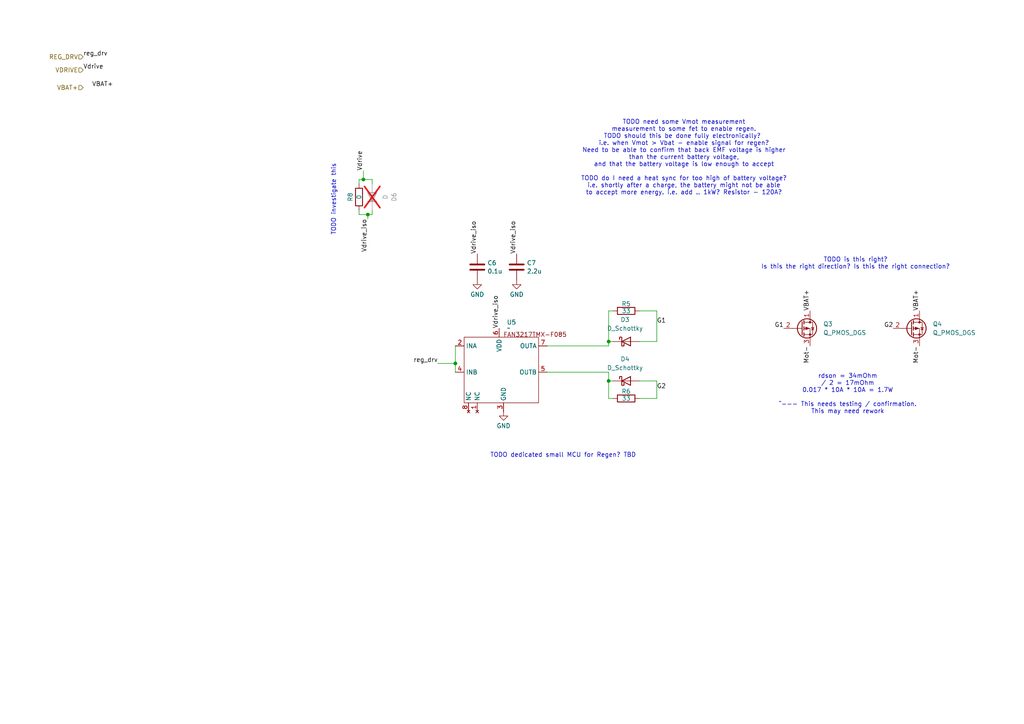
<source format=kicad_sch>
(kicad_sch (version 20250114) (generator "eeschema") (generator_version "9.0")
  (paper "A4")
  (lib_symbols
    (symbol "Device:C" (pin_numbers (hide yes)) (pin_names (offset 0.254))
      (property "Reference" "C" (at 0.635 2.54 0))
      (property "Value" "C" (at 0.635 -2.54 0))
      (symbol "C_0_1"
        (polyline (pts (xy -2.032 0.762) (xy 2.032 0.762)) (stroke (width 0.508)))
        (polyline (pts (xy -2.032 -0.762) (xy 2.032 -0.762)) (stroke (width 0.508)))
      )
      (symbol "C_1_1"
        (pin passive line (at 0 3.81 270) (length 2.794) (name "~") (number "1"))
        (pin passive line (at 0 -3.81 90) (length 2.794) (name "~") (number "2"))
      )
    )
    (symbol "Device:D" (pin_numbers (hide yes)) (pin_names (offset 1.016) (hide yes))
      (property "Reference" "D" (at 0 2.54 0))
      (property "Value" "D" (at 0 -2.54 0))
      (symbol "D_0_1"
        (polyline (pts (xy -1.27 1.27) (xy -1.27 -1.27)) (stroke (width 0.254)))
        (polyline (pts (xy 1.27 1.27) (xy 1.27 -1.27) (xy -1.27 0) (xy 1.27 1.27)) (stroke (width 0.254)))
        (polyline (pts (xy 1.27 0) (xy -1.27 0)))
      )
      (symbol "D_1_1"
        (pin passive line (at -3.81 0 0) (length 2.54) (name "K") (number "1"))
        (pin passive line (at 3.81 0 180) (length 2.54) (name "A") (number "2"))
      )
    )
    (symbol "Device:D_Schottky" (pin_numbers (hide yes)) (pin_names (offset 1.016) (hide yes))
      (property "Reference" "D" (at 0 2.54 0))
      (property "Value" "D_Schottky" (at 0 -2.54 0))
      (symbol "D_Schottky_0_1"
        (polyline (pts (xy -1.905 0.635) (xy -1.905 1.27) (xy -1.27 1.27) (xy -1.27 -1.27) (xy -0.635 -1.27) (xy -0.635 -0.635)) (stroke (width 0.254)))
        (polyline (pts (xy 1.27 1.27) (xy 1.27 -1.27) (xy -1.27 0) (xy 1.27 1.27)) (stroke (width 0.254)))
        (polyline (pts (xy 1.27 0) (xy -1.27 0)))
      )
      (symbol "D_Schottky_1_1"
        (pin passive line (at -3.81 0 0) (length 2.54) (name "K") (number "1"))
        (pin passive line (at 3.81 0 180) (length 2.54) (name "A") (number "2"))
      )
    )
    (symbol "Device:R" (pin_numbers (hide yes)) (pin_names (offset 0))
      (property "Reference" "R" (at 2.032 0 90))
      (property "Value" "R" (at 0 0 90))
      (symbol "R_0_1"
        (rectangle (start -1.016 -2.54) (end 1.016 2.54) (stroke (width 0.254)))
      )
      (symbol "R_1_1"
        (pin passive line (at 0 3.81 270) (length 1.27) (name "~") (number "1"))
        (pin passive line (at 0 -3.81 90) (length 1.27) (name "~") (number "2"))
      )
    )
    (symbol "New_Library:FAN3217"
      (property "Reference" "U" (at -7.874 0.762 0))
      (symbol "FAN3217_0_0"
        (pin input line (at -13.97 -2.54 0) (length 2.54) (name "INA") (number "2"))
        (pin input line (at -13.97 -10.16 0) (length 2.54) (name "INB") (number "4"))
        (pin no_connect line (at -10.16 -21.59 90) (length 2.54) (name "NC") (number "8"))
        (pin no_connect line (at -7.62 -21.59 90) (length 2.54) (name "NC") (number "1"))
        (pin power_in line (at -1.27 2.54 270) (length 2.54) (name "VDD") (number "6"))
        (pin power_in line (at 0 -21.59 90) (length 2.54) (name "GND") (number "3"))
        (pin output line (at 12.7 -2.54 180) (length 2.54) (name "OUTA") (number "7"))
        (pin output line (at 12.7 -10.16 180) (length 2.54) (name "OUTB") (number "5"))
      )
      (symbol "FAN3217_1_1"
        (rectangle (start -11.43 0) (end 10.16 -19.05))
        (text "FAN3217TMX-F085" (at 9.144 0.762 0) (effects (font (size 1.27 1.27))))
      )
    )
    (symbol "Transistor_FET:Q_PMOS_DGS" (pin_names (offset 0) (hide yes))
      (property "Reference" "Q" (at 5.08 1.905 0))
      (property "Value" "Q_PMOS_DGS" (at 5.08 0 0))
      (symbol "Q_PMOS_DGS_0_1"
        (polyline (pts (xy 0.254 1.905) (xy 0.254 -1.905)) (stroke (width 0.254)))
        (polyline (pts (xy 0.254 0) (xy -2.54 0)))
        (polyline (pts (xy 0.762 2.286) (xy 0.762 1.27)) (stroke (width 0.254)))
        (polyline (pts (xy 0.762 1.778) (xy 3.302 1.778) (xy 3.302 -1.778) (xy 0.762 -1.778)))
        (polyline (pts (xy 0.762 0.508) (xy 0.762 -0.508)) (stroke (width 0.254)))
        (polyline (pts (xy 0.762 -1.27) (xy 0.762 -2.286)) (stroke (width 0.254)))
        (circle (center 1.651 0) (radius 2.794) (stroke (width 0.254)))
        (polyline (pts (xy 2.286 0) (xy 1.27 0.381) (xy 1.27 -0.381) (xy 2.286 0)) (fill (type outline)))
        (polyline (pts (xy 2.54 2.54) (xy 2.54 1.778)))
        (circle (center 2.54 1.778) (radius 0.254) (fill (type outline)))
        (circle (center 2.54 -1.778) (radius 0.254) (fill (type outline)))
        (polyline (pts (xy 2.54 -2.54) (xy 2.54 0) (xy 0.762 0)))
        (polyline (pts (xy 2.921 -0.381) (xy 3.683 -0.381)))
        (polyline (pts (xy 3.302 -0.381) (xy 2.921 0.254) (xy 3.683 0.254) (xy 3.302 -0.381)))
      )
      (symbol "Q_PMOS_DGS_1_1"
        (pin input line (at -5.08 0 0) (length 2.54) (name "G") (number "2"))
        (pin passive line (at 2.54 5.08 270) (length 2.54) (name "D") (number "1"))
        (pin passive line (at 2.54 -5.08 90) (length 2.54) (name "S") (number "3"))
      )
    )
    (symbol "power:GND" (power) (pin_numbers (hide yes)) (pin_names (offset 0) (hide yes))
      (property "Value" "GND" (at 0 -3.81 0))
      (symbol "GND_0_1"
        (polyline (pts (xy 0 0) (xy 0 -1.27) (xy 1.27 -1.27) (xy 0 -2.54) (xy -1.27 -1.27) (xy 0 -1.27)))
      )
      (symbol "GND_1_1"
        (pin power_in line (at 0 0 270) (length 0) (name "~") (number "1"))
      )
    )
  )
  (text "TODO need some Vmot measurement\nmeasurement to some fet to enable regen.\nTODO should this be done fully electronically? \ni.e. when Vmot > Vbat - enable signal for regen?\nNeed to be able to confirm that back EMF voltage is higher\nthan the current battery voltage,\nand that the battery voltage is low enough to accept\n\nTODO do I need a heat sync for too high of battery voltage?\ni.e. shortly after a charge, the battery might not be able\nto accept more energy. i.e. add .. 1kW? Resistor - 120A?" (at 198.374 45.72 0) (effects (font (size 1.27 1.27))))
  (text "TODO is this right?\nIs this the right direction? Is this the right connection?" (at 248.158 76.454 0) (effects (font (size 1.27 1.27))))
  (text "TODO investigate this" (at 96.774 57.912 90) (effects (font (size 1.27 1.27))))
  (text "rdson = 34mOhm\n/ 2 = 17mOhm\n0.017 * 10A * 10A = 1.7W\n\n^--- This needs testing / confirmation.\nThis may need rework" (at 245.872 114.3 0) (effects (font (size 1.27 1.27))))
  (text "TODO dedicated small MCU for Regen? TBD" (at 163.322 132.08 0) (effects (font (size 1.27 1.27))))
  (junction (at 176.53 99.06))
  (junction (at 105.41 52.07))
  (junction (at 132.08 105.41))
  (junction (at 176.53 110.49))
  (junction (at 106.68 62.23))
  (wire (pts (xy 106.68 62.23) (xy 106.68 63.5)))
  (wire (pts (xy 176.53 100.33) (xy 158.75 100.33)))
  (wire (pts (xy 176.53 90.17) (xy 177.8 90.17)))
  (wire (pts (xy 176.53 115.57) (xy 176.53 110.49)))
  (wire (pts (xy 176.53 90.17) (xy 176.53 99.06)))
  (wire (pts (xy 190.5 99.06) (xy 185.42 99.06)))
  (wire (pts (xy 132.08 105.41) (xy 132.08 100.33)))
  (wire (pts (xy 190.5 115.57) (xy 185.42 115.57)))
  (wire (pts (xy 176.53 110.49) (xy 176.53 107.95)))
  (wire (pts (xy 106.68 62.23) (xy 107.95 62.23)))
  (wire (pts (xy 105.41 52.07) (xy 104.14 52.07)))
  (wire (pts (xy 176.53 110.49) (xy 177.8 110.49)))
  (wire (pts (xy 104.14 52.07) (xy 104.14 53.34)))
  (wire (pts (xy 104.14 60.96) (xy 104.14 62.23)))
  (wire (pts (xy 176.53 99.06) (xy 177.8 99.06)))
  (wire (pts (xy 190.5 90.17) (xy 190.5 99.06)))
  (wire (pts (xy 105.41 49.53) (xy 105.41 52.07)))
  (wire (pts (xy 132.08 105.41) (xy 132.08 107.95)))
  (wire (pts (xy 107.95 62.23) (xy 107.95 60.96)))
  (wire (pts (xy 185.42 90.17) (xy 190.5 90.17)))
  (wire (pts (xy 104.14 62.23) (xy 106.68 62.23)))
  (wire (pts (xy 176.53 115.57) (xy 177.8 115.57)))
  (wire (pts (xy 127 105.41) (xy 132.08 105.41)))
  (wire (pts (xy 176.53 99.06) (xy 176.53 100.33)))
  (wire (pts (xy 105.41 52.07) (xy 107.95 52.07)))
  (wire (pts (xy 185.42 110.49) (xy 190.5 110.49)))
  (wire (pts (xy 176.53 107.95) (xy 158.75 107.95)))
  (wire (pts (xy 107.95 52.07) (xy 107.95 53.34)))
  (wire (pts (xy 190.5 110.49) (xy 190.5 115.57)))
  (label "G2" (at 190.5 113.03 0))
  (label "Vdrive_iso" (at 138.43 73.66 90))
  (label "Vdrive" (at 24.13 20.32 0))
  (label "Vdrive_iso" (at 106.68 63.5 270))
  (label "VBAT+" (at 234.95 90.17 90))
  (label "VBAT+" (at 26.67 25.4 0))
  (label "G2" (at 259.08 95.25 180))
  (label "G1" (at 227.33 95.25 180))
  (label "VBAT+" (at 266.7 90.17 90))
  (label "Mot-" (at 266.7 100.33 270))
  (label "reg_drv" (at 127 105.41 180))
  (label "reg_drv" (at 24.13 16.51 0))
  (label "Vdrive" (at 105.41 49.53 90))
  (label "G1" (at 190.5 93.98 0))
  (label "Vdrive_iso" (at 144.78 95.25 90))
  (label "Mot-" (at 234.95 100.33 270))
  (label "Vdrive_iso" (at 149.86 73.66 90))
  (hierarchical_label "VBAT+" (shape input) (at 24.13 25.4 180))
  (hierarchical_label "REG_DRV" (shape input) (at 24.13 16.51 180))
  (hierarchical_label "VDRIVE" (shape input) (at 24.13 20.32 180))
  (symbol (lib_id "New_Library:FAN3217") (at 146.05 97.79 0) (unit 1)
    (property "Reference" "U5" (at 146.9741 93.4749 0) (effects (justify left)))
    (property "Value" "~" (at 146.9741 95.1563 0) (effects (justify left)))
    (property "Footprint" "Package_SO:SOIC-8_3.9x4.9mm_P1.27mm" (effects (hide yes)))
  )
  (symbol (lib_id "Device:C") (at 138.43 77.47 0) (unit 1)
    (property "Reference" "C6" (at 141.351 76.2578 0) (effects (justify left)))
    (property "Value" "0.1u" (at 141.351 78.6821 0) (effects (justify left)))
    (property "Footprint" "Capacitor_SMD:C_0402_1005Metric_Pad0.74x0.62mm_HandSolder" (effects (hide yes)))
    (property "Description" "Unpolarized capacitor" (effects (hide yes)))
  )
  (symbol (lib_id "Device:C") (at 149.86 77.47 0) (unit 1)
    (property "Reference" "C7" (at 152.781 76.2578 0) (effects (justify left)))
    (property "Value" "2.2u" (at 152.781 78.6821 0) (effects (justify left)))
    (property "Footprint" "Capacitor_SMD:C_0603_1608Metric_Pad1.08x0.95mm_HandSolder" (effects (hide yes)))
    (property "Description" "Unpolarized capacitor" (effects (hide yes)))
  )
  (symbol (lib_id "Device:D_Schottky") (at 181.61 110.49 0) (unit 1)
    (property "Reference" "D4" (at 181.2925 104.14 0))
    (property "Value" "D_Schottky" (at 181.2925 106.68 0))
    (property "Description" "Schottky diode" (effects (hide yes)))
  )
  (symbol (lib_id "Transistor_FET:Q_PMOS_DGS") (at 264.16 95.25 0) (unit 1)
    (property "Reference" "Q4" (at 270.51 93.9799 0) (effects (justify left)))
    (property "Value" "Q_PMOS_DGS" (at 270.51 96.5199 0) (effects (justify left)))
    (property "Description" "RS1P090ATTB1" (effects (hide yes)))
  )
  (symbol (lib_id "Device:D") (at 107.95 57.15 90) (unit 1) (dnp yes)
    (property "Reference" "D6" (at 114.3 57.15 0))
    (property "Value" "D" (at 111.76 57.15 0))
    (property "Description" "Diode" (effects (hide yes)))
    (property "Sim.Device" "D" (effects (hide yes)))
    (property "Sim.Pins" "1=K 2=A" (effects (hide yes)))
  )
  (symbol (lib_id "Device:R") (at 181.61 115.57 90) (unit 1)
    (property "Reference" "R6" (at 181.61 113.538 90))
    (property "Value" "33" (at 181.61 115.57 90))
    (property "Footprint" "Resistor_SMD:R_0402_1005Metric_Pad0.72x0.64mm_HandSolder" (effects (hide yes)))
    (property "Description" "Resistor" (effects (hide yes)))
  )
  (symbol (lib_id "Transistor_FET:Q_PMOS_DGS") (at 232.41 95.25 0) (unit 1)
    (property "Reference" "Q3" (at 238.76 93.9799 0) (effects (justify left)))
    (property "Value" "Q_PMOS_DGS" (at 238.76 96.5199 0) (effects (justify left)))
    (property "Description" "RS1P090ATTB1" (effects (hide yes)))
  )
  (symbol (lib_id "Device:R") (at 104.14 57.15 0) (unit 1)
    (property "Reference" "R8" (at 101.6 57.15 90))
    (property "Value" "0" (at 104.14 57.15 90))
    (property "Description" "Resistor" (effects (hide yes)))
  )
  (symbol (lib_id "power:GND") (at 149.86 81.28 0) (unit 1)
    (property "Reference" "#PWR021" (effects (hide yes)))
    (property "Value" "GND" (at 149.86 85.4131 0))
    (property "Description" "Power symbol creates a global label with name \"GND\" , ground" (effects (hide yes)))
  )
  (symbol (lib_id "power:GND") (at 138.43 81.28 0) (unit 1)
    (property "Reference" "#PWR019" (effects (hide yes)))
    (property "Value" "GND" (at 138.43 85.4131 0))
    (property "Description" "Power symbol creates a global label with name \"GND\" , ground" (effects (hide yes)))
  )
  (symbol (lib_id "Device:D_Schottky") (at 181.61 99.06 0) (unit 1)
    (property "Reference" "D3" (at 181.2925 92.71 0))
    (property "Value" "D_Schottky" (at 181.2925 95.25 0))
    (property "Description" "Schottky diode" (effects (hide yes)))
  )
  (symbol (lib_id "Device:R") (at 181.61 90.17 90) (unit 1)
    (property "Reference" "R5" (at 181.61 88.138 90))
    (property "Value" "33" (at 181.61 90.17 90))
    (property "Footprint" "Resistor_SMD:R_0402_1005Metric_Pad0.72x0.64mm_HandSolder" (effects (hide yes)))
    (property "Description" "Resistor" (effects (hide yes)))
  )
  (symbol (lib_id "power:GND") (at 146.05 119.38 0) (unit 1)
    (property "Reference" "#PWR020" (effects (hide yes)))
    (property "Value" "GND" (at 146.05 123.5131 0))
    (property "Description" "Power symbol creates a global label with name \"GND\" , ground" (effects (hide yes)))
  )
)
</source>
